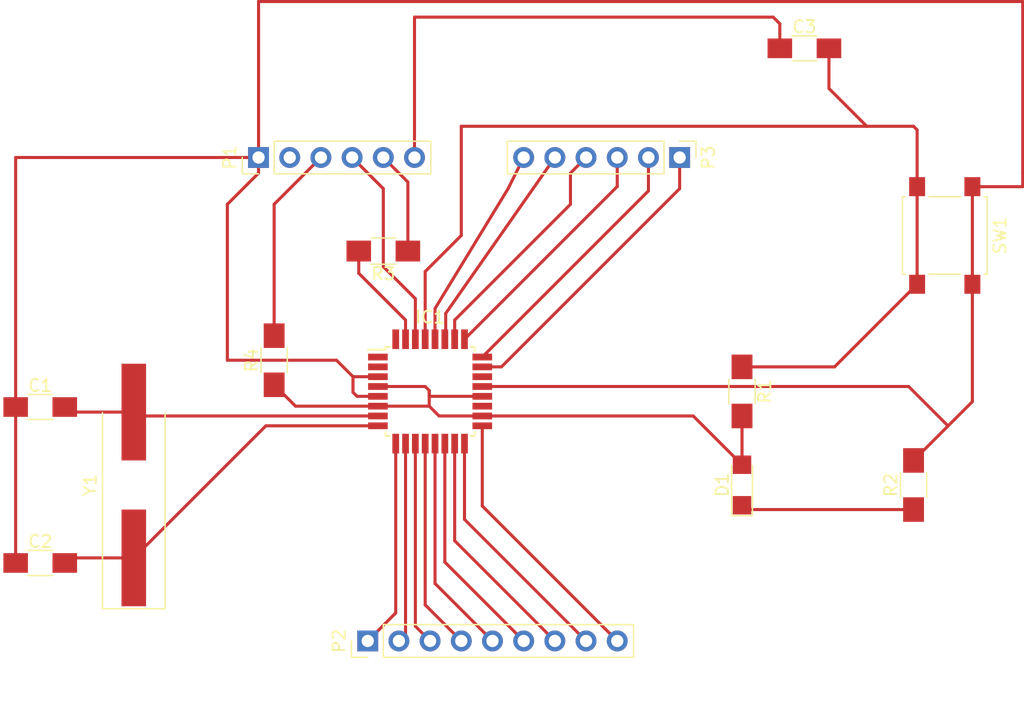
<source format=kicad_pcb>
(kicad_pcb (version 4) (host pcbnew 4.0.5)

  (general
    (links 43)
    (no_connects 0)
    (area 114.634999 59.364999 198.445002 116.793333)
    (thickness 1.6)
    (drawings 0)
    (tracks 112)
    (zones 0)
    (modules 14)
    (nets 33)
  )

  (page A4)
  (layers
    (0 F.Cu signal)
    (31 B.Cu signal)
    (32 B.Adhes user)
    (33 F.Adhes user)
    (34 B.Paste user)
    (35 F.Paste user)
    (36 B.SilkS user)
    (37 F.SilkS user)
    (38 B.Mask user)
    (39 F.Mask user)
    (40 Dwgs.User user)
    (41 Cmts.User user)
    (42 Eco1.User user)
    (43 Eco2.User user)
    (44 Edge.Cuts user)
    (45 Margin user)
    (46 B.CrtYd user)
    (47 F.CrtYd user)
    (48 B.Fab user)
    (49 F.Fab user)
  )

  (setup
    (last_trace_width 0.25)
    (trace_clearance 0.2)
    (zone_clearance 0.508)
    (zone_45_only no)
    (trace_min 0.2)
    (segment_width 0.2)
    (edge_width 0.15)
    (via_size 0.6)
    (via_drill 0.4)
    (via_min_size 0.4)
    (via_min_drill 0.3)
    (uvia_size 0.3)
    (uvia_drill 0.1)
    (uvias_allowed no)
    (uvia_min_size 0.2)
    (uvia_min_drill 0.1)
    (pcb_text_width 0.3)
    (pcb_text_size 1.5 1.5)
    (mod_edge_width 0.15)
    (mod_text_size 1 1)
    (mod_text_width 0.15)
    (pad_size 1.524 1.524)
    (pad_drill 0.762)
    (pad_to_mask_clearance 0.2)
    (aux_axis_origin 0 0)
    (visible_elements FFFFFF7F)
    (pcbplotparams
      (layerselection 0x00030_80000001)
      (usegerberextensions false)
      (excludeedgelayer true)
      (linewidth 0.100000)
      (plotframeref false)
      (viasonmask false)
      (mode 1)
      (useauxorigin false)
      (hpglpennumber 1)
      (hpglpenspeed 20)
      (hpglpendiameter 15)
      (hpglpenoverlay 2)
      (psnegative false)
      (psa4output false)
      (plotreference true)
      (plotvalue true)
      (plotinvisibletext false)
      (padsonsilk false)
      (subtractmaskfromsilk false)
      (outputformat 4)
      (mirror false)
      (drillshape 0)
      (scaleselection 1)
      (outputdirectory ""))
  )

  (net 0 "")
  (net 1 GND)
  (net 2 "Net-(C1-Pad2)")
  (net 3 "Net-(C2-Pad2)")
  (net 4 RSTFTDI)
  (net 5 RST)
  (net 6 +5V)
  (net 7 "Net-(D1-Pad1)")
  (net 8 "Net-(IC1-Pad1)")
  (net 9 "Net-(IC1-Pad2)")
  (net 10 "Net-(IC1-Pad9)")
  (net 11 "Net-(IC1-Pad10)")
  (net 12 "Net-(IC1-Pad11)")
  (net 13 "Net-(IC1-Pad12)")
  (net 14 "Net-(IC1-Pad13)")
  (net 15 "Net-(IC1-Pad14)")
  (net 16 "Net-(IC1-Pad15)")
  (net 17 "Net-(IC1-Pad16)")
  (net 18 "Net-(IC1-Pad17)")
  (net 19 "Net-(IC1-Pad19)")
  (net 20 "Net-(IC1-Pad22)")
  (net 21 "Net-(IC1-Pad23)")
  (net 22 "Net-(IC1-Pad24)")
  (net 23 "Net-(IC1-Pad25)")
  (net 24 "Net-(IC1-Pad26)")
  (net 25 "Net-(IC1-Pad27)")
  (net 26 "Net-(IC1-Pad28)")
  (net 27 RX)
  (net 28 "Net-(IC1-Pad31)")
  (net 29 "Net-(IC1-Pad32)")
  (net 30 "Net-(P1-Pad2)")
  (net 31 "Net-(P1-Pad3)")
  (net 32 TX)

  (net_class Default "This is the default net class."
    (clearance 0.2)
    (trace_width 0.25)
    (via_dia 0.6)
    (via_drill 0.4)
    (uvia_dia 0.3)
    (uvia_drill 0.1)
    (add_net +5V)
    (add_net GND)
    (add_net "Net-(C1-Pad2)")
    (add_net "Net-(C2-Pad2)")
    (add_net "Net-(D1-Pad1)")
    (add_net "Net-(IC1-Pad1)")
    (add_net "Net-(IC1-Pad10)")
    (add_net "Net-(IC1-Pad11)")
    (add_net "Net-(IC1-Pad12)")
    (add_net "Net-(IC1-Pad13)")
    (add_net "Net-(IC1-Pad14)")
    (add_net "Net-(IC1-Pad15)")
    (add_net "Net-(IC1-Pad16)")
    (add_net "Net-(IC1-Pad17)")
    (add_net "Net-(IC1-Pad19)")
    (add_net "Net-(IC1-Pad2)")
    (add_net "Net-(IC1-Pad22)")
    (add_net "Net-(IC1-Pad23)")
    (add_net "Net-(IC1-Pad24)")
    (add_net "Net-(IC1-Pad25)")
    (add_net "Net-(IC1-Pad26)")
    (add_net "Net-(IC1-Pad27)")
    (add_net "Net-(IC1-Pad28)")
    (add_net "Net-(IC1-Pad31)")
    (add_net "Net-(IC1-Pad32)")
    (add_net "Net-(IC1-Pad9)")
    (add_net "Net-(P1-Pad2)")
    (add_net "Net-(P1-Pad3)")
    (add_net RST)
    (add_net RSTFTDI)
    (add_net RX)
    (add_net TX)
  )

  (module Capacitors_SMD:C_1206_HandSoldering (layer F.Cu) (tedit 58AA84D1) (tstamp 5908D4C3)
    (at 118.11 92.71)
    (descr "Capacitor SMD 1206, hand soldering")
    (tags "capacitor 1206")
    (path /5901EA37)
    (attr smd)
    (fp_text reference C1 (at 0 -1.75) (layer F.SilkS)
      (effects (font (size 1 1) (thickness 0.15)))
    )
    (fp_text value C (at 0 2) (layer F.Fab)
      (effects (font (size 1 1) (thickness 0.15)))
    )
    (fp_text user %R (at 0 -1.75) (layer F.Fab)
      (effects (font (size 1 1) (thickness 0.15)))
    )
    (fp_line (start -1.6 0.8) (end -1.6 -0.8) (layer F.Fab) (width 0.1))
    (fp_line (start 1.6 0.8) (end -1.6 0.8) (layer F.Fab) (width 0.1))
    (fp_line (start 1.6 -0.8) (end 1.6 0.8) (layer F.Fab) (width 0.1))
    (fp_line (start -1.6 -0.8) (end 1.6 -0.8) (layer F.Fab) (width 0.1))
    (fp_line (start 1 -1.02) (end -1 -1.02) (layer F.SilkS) (width 0.12))
    (fp_line (start -1 1.02) (end 1 1.02) (layer F.SilkS) (width 0.12))
    (fp_line (start -3.25 -1.05) (end 3.25 -1.05) (layer F.CrtYd) (width 0.05))
    (fp_line (start -3.25 -1.05) (end -3.25 1.05) (layer F.CrtYd) (width 0.05))
    (fp_line (start 3.25 1.05) (end 3.25 -1.05) (layer F.CrtYd) (width 0.05))
    (fp_line (start 3.25 1.05) (end -3.25 1.05) (layer F.CrtYd) (width 0.05))
    (pad 1 smd rect (at -2 0) (size 2 1.6) (layers F.Cu F.Paste F.Mask)
      (net 1 GND))
    (pad 2 smd rect (at 2 0) (size 2 1.6) (layers F.Cu F.Paste F.Mask)
      (net 2 "Net-(C1-Pad2)"))
    (model Capacitors_SMD.3dshapes/C_1206.wrl
      (at (xyz 0 0 0))
      (scale (xyz 1 1 1))
      (rotate (xyz 0 0 0))
    )
  )

  (module Capacitors_SMD:C_1206_HandSoldering (layer F.Cu) (tedit 58AA84D1) (tstamp 5908D4D4)
    (at 118.11 105.41)
    (descr "Capacitor SMD 1206, hand soldering")
    (tags "capacitor 1206")
    (path /5901EAC2)
    (attr smd)
    (fp_text reference C2 (at 0 -1.75) (layer F.SilkS)
      (effects (font (size 1 1) (thickness 0.15)))
    )
    (fp_text value C (at 0 2) (layer F.Fab)
      (effects (font (size 1 1) (thickness 0.15)))
    )
    (fp_text user %R (at 0 -1.75) (layer F.Fab)
      (effects (font (size 1 1) (thickness 0.15)))
    )
    (fp_line (start -1.6 0.8) (end -1.6 -0.8) (layer F.Fab) (width 0.1))
    (fp_line (start 1.6 0.8) (end -1.6 0.8) (layer F.Fab) (width 0.1))
    (fp_line (start 1.6 -0.8) (end 1.6 0.8) (layer F.Fab) (width 0.1))
    (fp_line (start -1.6 -0.8) (end 1.6 -0.8) (layer F.Fab) (width 0.1))
    (fp_line (start 1 -1.02) (end -1 -1.02) (layer F.SilkS) (width 0.12))
    (fp_line (start -1 1.02) (end 1 1.02) (layer F.SilkS) (width 0.12))
    (fp_line (start -3.25 -1.05) (end 3.25 -1.05) (layer F.CrtYd) (width 0.05))
    (fp_line (start -3.25 -1.05) (end -3.25 1.05) (layer F.CrtYd) (width 0.05))
    (fp_line (start 3.25 1.05) (end 3.25 -1.05) (layer F.CrtYd) (width 0.05))
    (fp_line (start 3.25 1.05) (end -3.25 1.05) (layer F.CrtYd) (width 0.05))
    (pad 1 smd rect (at -2 0) (size 2 1.6) (layers F.Cu F.Paste F.Mask)
      (net 1 GND))
    (pad 2 smd rect (at 2 0) (size 2 1.6) (layers F.Cu F.Paste F.Mask)
      (net 3 "Net-(C2-Pad2)"))
    (model Capacitors_SMD.3dshapes/C_1206.wrl
      (at (xyz 0 0 0))
      (scale (xyz 1 1 1))
      (rotate (xyz 0 0 0))
    )
  )

  (module Capacitors_SMD:C_1206_HandSoldering (layer F.Cu) (tedit 58AA84D1) (tstamp 5908D4E5)
    (at 180.34 63.5)
    (descr "Capacitor SMD 1206, hand soldering")
    (tags "capacitor 1206")
    (path /59022B56)
    (attr smd)
    (fp_text reference C3 (at 0 -1.75) (layer F.SilkS)
      (effects (font (size 1 1) (thickness 0.15)))
    )
    (fp_text value C (at 0 2) (layer F.Fab)
      (effects (font (size 1 1) (thickness 0.15)))
    )
    (fp_text user %R (at 0 -1.75) (layer F.Fab)
      (effects (font (size 1 1) (thickness 0.15)))
    )
    (fp_line (start -1.6 0.8) (end -1.6 -0.8) (layer F.Fab) (width 0.1))
    (fp_line (start 1.6 0.8) (end -1.6 0.8) (layer F.Fab) (width 0.1))
    (fp_line (start 1.6 -0.8) (end 1.6 0.8) (layer F.Fab) (width 0.1))
    (fp_line (start -1.6 -0.8) (end 1.6 -0.8) (layer F.Fab) (width 0.1))
    (fp_line (start 1 -1.02) (end -1 -1.02) (layer F.SilkS) (width 0.12))
    (fp_line (start -1 1.02) (end 1 1.02) (layer F.SilkS) (width 0.12))
    (fp_line (start -3.25 -1.05) (end 3.25 -1.05) (layer F.CrtYd) (width 0.05))
    (fp_line (start -3.25 -1.05) (end -3.25 1.05) (layer F.CrtYd) (width 0.05))
    (fp_line (start 3.25 1.05) (end 3.25 -1.05) (layer F.CrtYd) (width 0.05))
    (fp_line (start 3.25 1.05) (end -3.25 1.05) (layer F.CrtYd) (width 0.05))
    (pad 1 smd rect (at -2 0) (size 2 1.6) (layers F.Cu F.Paste F.Mask)
      (net 4 RSTFTDI))
    (pad 2 smd rect (at 2 0) (size 2 1.6) (layers F.Cu F.Paste F.Mask)
      (net 5 RST))
    (model Capacitors_SMD.3dshapes/C_1206.wrl
      (at (xyz 0 0 0))
      (scale (xyz 1 1 1))
      (rotate (xyz 0 0 0))
    )
  )

  (module LEDs:LED_1206 (layer F.Cu) (tedit 57FE943C) (tstamp 5908D4FA)
    (at 175.26 99.06 90)
    (descr "LED 1206 smd package")
    (tags "LED led 1206 SMD smd SMT smt smdled SMDLED smtled SMTLED")
    (path /5901E781)
    (attr smd)
    (fp_text reference D1 (at 0 -1.6 90) (layer F.SilkS)
      (effects (font (size 1 1) (thickness 0.15)))
    )
    (fp_text value LED (at 0 1.7 90) (layer F.Fab)
      (effects (font (size 1 1) (thickness 0.15)))
    )
    (fp_line (start -2.5 -0.85) (end -2.5 0.85) (layer F.SilkS) (width 0.12))
    (fp_line (start -0.45 -0.4) (end -0.45 0.4) (layer F.Fab) (width 0.1))
    (fp_line (start -0.4 0) (end 0.2 -0.4) (layer F.Fab) (width 0.1))
    (fp_line (start 0.2 0.4) (end -0.4 0) (layer F.Fab) (width 0.1))
    (fp_line (start 0.2 -0.4) (end 0.2 0.4) (layer F.Fab) (width 0.1))
    (fp_line (start 1.6 0.8) (end -1.6 0.8) (layer F.Fab) (width 0.1))
    (fp_line (start 1.6 -0.8) (end 1.6 0.8) (layer F.Fab) (width 0.1))
    (fp_line (start -1.6 -0.8) (end 1.6 -0.8) (layer F.Fab) (width 0.1))
    (fp_line (start -1.6 0.8) (end -1.6 -0.8) (layer F.Fab) (width 0.1))
    (fp_line (start -2.45 0.85) (end 1.6 0.85) (layer F.SilkS) (width 0.12))
    (fp_line (start -2.45 -0.85) (end 1.6 -0.85) (layer F.SilkS) (width 0.12))
    (fp_line (start 2.65 -1) (end 2.65 1) (layer F.CrtYd) (width 0.05))
    (fp_line (start 2.65 1) (end -2.65 1) (layer F.CrtYd) (width 0.05))
    (fp_line (start -2.65 1) (end -2.65 -1) (layer F.CrtYd) (width 0.05))
    (fp_line (start -2.65 -1) (end 2.65 -1) (layer F.CrtYd) (width 0.05))
    (pad 2 smd rect (at 1.65 0 270) (size 1.5 1.5) (layers F.Cu F.Paste F.Mask)
      (net 6 +5V))
    (pad 1 smd rect (at -1.65 0 270) (size 1.5 1.5) (layers F.Cu F.Paste F.Mask)
      (net 7 "Net-(D1-Pad1)"))
    (model LEDs.3dshapes/LED_1206.wrl
      (at (xyz 0 0 0))
      (scale (xyz 1 1 1))
      (rotate (xyz 0 0 180))
    )
  )

  (module Housings_QFP:TQFP-32_7x7mm_Pitch0.8mm (layer F.Cu) (tedit 58CC9A48) (tstamp 5908D531)
    (at 149.86 91.44)
    (descr "32-Lead Plastic Thin Quad Flatpack (PT) - 7x7x1.0 mm Body, 2.00 mm [TQFP] (see Microchip Packaging Specification 00000049BS.pdf)")
    (tags "QFP 0.8")
    (path /5901E1B8)
    (attr smd)
    (fp_text reference IC1 (at 0 -6.05) (layer F.SilkS)
      (effects (font (size 1 1) (thickness 0.15)))
    )
    (fp_text value ATMEGA328P-A (at 0 6.05) (layer F.Fab)
      (effects (font (size 1 1) (thickness 0.15)))
    )
    (fp_text user %R (at 0 0) (layer F.Fab)
      (effects (font (size 1 1) (thickness 0.15)))
    )
    (fp_line (start -2.5 -3.5) (end 3.5 -3.5) (layer F.Fab) (width 0.15))
    (fp_line (start 3.5 -3.5) (end 3.5 3.5) (layer F.Fab) (width 0.15))
    (fp_line (start 3.5 3.5) (end -3.5 3.5) (layer F.Fab) (width 0.15))
    (fp_line (start -3.5 3.5) (end -3.5 -2.5) (layer F.Fab) (width 0.15))
    (fp_line (start -3.5 -2.5) (end -2.5 -3.5) (layer F.Fab) (width 0.15))
    (fp_line (start -5.3 -5.3) (end -5.3 5.3) (layer F.CrtYd) (width 0.05))
    (fp_line (start 5.3 -5.3) (end 5.3 5.3) (layer F.CrtYd) (width 0.05))
    (fp_line (start -5.3 -5.3) (end 5.3 -5.3) (layer F.CrtYd) (width 0.05))
    (fp_line (start -5.3 5.3) (end 5.3 5.3) (layer F.CrtYd) (width 0.05))
    (fp_line (start -3.625 -3.625) (end -3.625 -3.4) (layer F.SilkS) (width 0.15))
    (fp_line (start 3.625 -3.625) (end 3.625 -3.3) (layer F.SilkS) (width 0.15))
    (fp_line (start 3.625 3.625) (end 3.625 3.3) (layer F.SilkS) (width 0.15))
    (fp_line (start -3.625 3.625) (end -3.625 3.3) (layer F.SilkS) (width 0.15))
    (fp_line (start -3.625 -3.625) (end -3.3 -3.625) (layer F.SilkS) (width 0.15))
    (fp_line (start -3.625 3.625) (end -3.3 3.625) (layer F.SilkS) (width 0.15))
    (fp_line (start 3.625 3.625) (end 3.3 3.625) (layer F.SilkS) (width 0.15))
    (fp_line (start 3.625 -3.625) (end 3.3 -3.625) (layer F.SilkS) (width 0.15))
    (fp_line (start -3.625 -3.4) (end -5.05 -3.4) (layer F.SilkS) (width 0.15))
    (pad 1 smd rect (at -4.25 -2.8) (size 1.6 0.55) (layers F.Cu F.Paste F.Mask)
      (net 8 "Net-(IC1-Pad1)"))
    (pad 2 smd rect (at -4.25 -2) (size 1.6 0.55) (layers F.Cu F.Paste F.Mask)
      (net 9 "Net-(IC1-Pad2)"))
    (pad 3 smd rect (at -4.25 -1.2) (size 1.6 0.55) (layers F.Cu F.Paste F.Mask)
      (net 1 GND))
    (pad 4 smd rect (at -4.25 -0.4) (size 1.6 0.55) (layers F.Cu F.Paste F.Mask)
      (net 6 +5V))
    (pad 5 smd rect (at -4.25 0.4) (size 1.6 0.55) (layers F.Cu F.Paste F.Mask)
      (net 1 GND))
    (pad 6 smd rect (at -4.25 1.2) (size 1.6 0.55) (layers F.Cu F.Paste F.Mask)
      (net 6 +5V))
    (pad 7 smd rect (at -4.25 2) (size 1.6 0.55) (layers F.Cu F.Paste F.Mask)
      (net 2 "Net-(C1-Pad2)"))
    (pad 8 smd rect (at -4.25 2.8) (size 1.6 0.55) (layers F.Cu F.Paste F.Mask)
      (net 3 "Net-(C2-Pad2)"))
    (pad 9 smd rect (at -2.8 4.25 90) (size 1.6 0.55) (layers F.Cu F.Paste F.Mask)
      (net 10 "Net-(IC1-Pad9)"))
    (pad 10 smd rect (at -2 4.25 90) (size 1.6 0.55) (layers F.Cu F.Paste F.Mask)
      (net 11 "Net-(IC1-Pad10)"))
    (pad 11 smd rect (at -1.2 4.25 90) (size 1.6 0.55) (layers F.Cu F.Paste F.Mask)
      (net 12 "Net-(IC1-Pad11)"))
    (pad 12 smd rect (at -0.4 4.25 90) (size 1.6 0.55) (layers F.Cu F.Paste F.Mask)
      (net 13 "Net-(IC1-Pad12)"))
    (pad 13 smd rect (at 0.4 4.25 90) (size 1.6 0.55) (layers F.Cu F.Paste F.Mask)
      (net 14 "Net-(IC1-Pad13)"))
    (pad 14 smd rect (at 1.2 4.25 90) (size 1.6 0.55) (layers F.Cu F.Paste F.Mask)
      (net 15 "Net-(IC1-Pad14)"))
    (pad 15 smd rect (at 2 4.25 90) (size 1.6 0.55) (layers F.Cu F.Paste F.Mask)
      (net 16 "Net-(IC1-Pad15)"))
    (pad 16 smd rect (at 2.8 4.25 90) (size 1.6 0.55) (layers F.Cu F.Paste F.Mask)
      (net 17 "Net-(IC1-Pad16)"))
    (pad 17 smd rect (at 4.25 2.8) (size 1.6 0.55) (layers F.Cu F.Paste F.Mask)
      (net 18 "Net-(IC1-Pad17)"))
    (pad 18 smd rect (at 4.25 2) (size 1.6 0.55) (layers F.Cu F.Paste F.Mask)
      (net 6 +5V))
    (pad 19 smd rect (at 4.25 1.2) (size 1.6 0.55) (layers F.Cu F.Paste F.Mask)
      (net 19 "Net-(IC1-Pad19)"))
    (pad 20 smd rect (at 4.25 0.4) (size 1.6 0.55) (layers F.Cu F.Paste F.Mask)
      (net 6 +5V))
    (pad 21 smd rect (at 4.25 -0.4) (size 1.6 0.55) (layers F.Cu F.Paste F.Mask)
      (net 1 GND))
    (pad 22 smd rect (at 4.25 -1.2) (size 1.6 0.55) (layers F.Cu F.Paste F.Mask)
      (net 20 "Net-(IC1-Pad22)"))
    (pad 23 smd rect (at 4.25 -2) (size 1.6 0.55) (layers F.Cu F.Paste F.Mask)
      (net 21 "Net-(IC1-Pad23)"))
    (pad 24 smd rect (at 4.25 -2.8) (size 1.6 0.55) (layers F.Cu F.Paste F.Mask)
      (net 22 "Net-(IC1-Pad24)"))
    (pad 25 smd rect (at 2.8 -4.25 90) (size 1.6 0.55) (layers F.Cu F.Paste F.Mask)
      (net 23 "Net-(IC1-Pad25)"))
    (pad 26 smd rect (at 2 -4.25 90) (size 1.6 0.55) (layers F.Cu F.Paste F.Mask)
      (net 24 "Net-(IC1-Pad26)"))
    (pad 27 smd rect (at 1.2 -4.25 90) (size 1.6 0.55) (layers F.Cu F.Paste F.Mask)
      (net 25 "Net-(IC1-Pad27)"))
    (pad 28 smd rect (at 0.4 -4.25 90) (size 1.6 0.55) (layers F.Cu F.Paste F.Mask)
      (net 26 "Net-(IC1-Pad28)"))
    (pad 29 smd rect (at -0.4 -4.25 90) (size 1.6 0.55) (layers F.Cu F.Paste F.Mask)
      (net 5 RST))
    (pad 30 smd rect (at -1.2 -4.25 90) (size 1.6 0.55) (layers F.Cu F.Paste F.Mask)
      (net 27 RX))
    (pad 31 smd rect (at -2 -4.25 90) (size 1.6 0.55) (layers F.Cu F.Paste F.Mask)
      (net 28 "Net-(IC1-Pad31)"))
    (pad 32 smd rect (at -2.8 -4.25 90) (size 1.6 0.55) (layers F.Cu F.Paste F.Mask)
      (net 29 "Net-(IC1-Pad32)"))
    (model Housings_QFP.3dshapes/TQFP-32_7x7mm_Pitch0.8mm.wrl
      (at (xyz 0 0 0))
      (scale (xyz 1 1 1))
      (rotate (xyz 0 0 0))
    )
  )

  (module Pin_Headers:Pin_Header_Straight_1x06_Pitch2.54mm (layer F.Cu) (tedit 58CD4EC1) (tstamp 5908D54A)
    (at 135.89 72.39 90)
    (descr "Through hole straight pin header, 1x06, 2.54mm pitch, single row")
    (tags "Through hole pin header THT 1x06 2.54mm single row")
    (path /590203A9)
    (fp_text reference P1 (at 0 -2.33 90) (layer F.SilkS)
      (effects (font (size 1 1) (thickness 0.15)))
    )
    (fp_text value CONN_01X06 (at 0 15.03 90) (layer F.Fab)
      (effects (font (size 1 1) (thickness 0.15)))
    )
    (fp_line (start -1.27 -1.27) (end -1.27 13.97) (layer F.Fab) (width 0.1))
    (fp_line (start -1.27 13.97) (end 1.27 13.97) (layer F.Fab) (width 0.1))
    (fp_line (start 1.27 13.97) (end 1.27 -1.27) (layer F.Fab) (width 0.1))
    (fp_line (start 1.27 -1.27) (end -1.27 -1.27) (layer F.Fab) (width 0.1))
    (fp_line (start -1.33 1.27) (end -1.33 14.03) (layer F.SilkS) (width 0.12))
    (fp_line (start -1.33 14.03) (end 1.33 14.03) (layer F.SilkS) (width 0.12))
    (fp_line (start 1.33 14.03) (end 1.33 1.27) (layer F.SilkS) (width 0.12))
    (fp_line (start 1.33 1.27) (end -1.33 1.27) (layer F.SilkS) (width 0.12))
    (fp_line (start -1.33 0) (end -1.33 -1.33) (layer F.SilkS) (width 0.12))
    (fp_line (start -1.33 -1.33) (end 0 -1.33) (layer F.SilkS) (width 0.12))
    (fp_line (start -1.8 -1.8) (end -1.8 14.5) (layer F.CrtYd) (width 0.05))
    (fp_line (start -1.8 14.5) (end 1.8 14.5) (layer F.CrtYd) (width 0.05))
    (fp_line (start 1.8 14.5) (end 1.8 -1.8) (layer F.CrtYd) (width 0.05))
    (fp_line (start 1.8 -1.8) (end -1.8 -1.8) (layer F.CrtYd) (width 0.05))
    (fp_text user %R (at 0 -2.33 90) (layer F.Fab)
      (effects (font (size 1 1) (thickness 0.15)))
    )
    (pad 1 thru_hole rect (at 0 0 90) (size 1.7 1.7) (drill 1) (layers *.Cu *.Mask)
      (net 1 GND))
    (pad 2 thru_hole oval (at 0 2.54 90) (size 1.7 1.7) (drill 1) (layers *.Cu *.Mask)
      (net 30 "Net-(P1-Pad2)"))
    (pad 3 thru_hole oval (at 0 5.08 90) (size 1.7 1.7) (drill 1) (layers *.Cu *.Mask)
      (net 31 "Net-(P1-Pad3)"))
    (pad 4 thru_hole oval (at 0 7.62 90) (size 1.7 1.7) (drill 1) (layers *.Cu *.Mask)
      (net 27 RX))
    (pad 5 thru_hole oval (at 0 10.16 90) (size 1.7 1.7) (drill 1) (layers *.Cu *.Mask)
      (net 32 TX))
    (pad 6 thru_hole oval (at 0 12.7 90) (size 1.7 1.7) (drill 1) (layers *.Cu *.Mask)
      (net 4 RSTFTDI))
    (model ${KISYS3DMOD}/Pin_Headers.3dshapes/Pin_Header_Straight_1x06_Pitch2.54mm.wrl
      (at (xyz 0 -0.25 0))
      (scale (xyz 1 1 1))
      (rotate (xyz 0 0 90))
    )
  )

  (module Pin_Headers:Pin_Header_Straight_1x09_Pitch2.54mm (layer F.Cu) (tedit 58CD4EC1) (tstamp 5908D566)
    (at 144.78 111.76 90)
    (descr "Through hole straight pin header, 1x09, 2.54mm pitch, single row")
    (tags "Through hole pin header THT 1x09 2.54mm single row")
    (path /59028B73)
    (fp_text reference P2 (at 0 -2.33 90) (layer F.SilkS)
      (effects (font (size 1 1) (thickness 0.15)))
    )
    (fp_text value CONN_01X09 (at 0 22.65 90) (layer F.Fab)
      (effects (font (size 1 1) (thickness 0.15)))
    )
    (fp_line (start -1.27 -1.27) (end -1.27 21.59) (layer F.Fab) (width 0.1))
    (fp_line (start -1.27 21.59) (end 1.27 21.59) (layer F.Fab) (width 0.1))
    (fp_line (start 1.27 21.59) (end 1.27 -1.27) (layer F.Fab) (width 0.1))
    (fp_line (start 1.27 -1.27) (end -1.27 -1.27) (layer F.Fab) (width 0.1))
    (fp_line (start -1.33 1.27) (end -1.33 21.65) (layer F.SilkS) (width 0.12))
    (fp_line (start -1.33 21.65) (end 1.33 21.65) (layer F.SilkS) (width 0.12))
    (fp_line (start 1.33 21.65) (end 1.33 1.27) (layer F.SilkS) (width 0.12))
    (fp_line (start 1.33 1.27) (end -1.33 1.27) (layer F.SilkS) (width 0.12))
    (fp_line (start -1.33 0) (end -1.33 -1.33) (layer F.SilkS) (width 0.12))
    (fp_line (start -1.33 -1.33) (end 0 -1.33) (layer F.SilkS) (width 0.12))
    (fp_line (start -1.8 -1.8) (end -1.8 22.1) (layer F.CrtYd) (width 0.05))
    (fp_line (start -1.8 22.1) (end 1.8 22.1) (layer F.CrtYd) (width 0.05))
    (fp_line (start 1.8 22.1) (end 1.8 -1.8) (layer F.CrtYd) (width 0.05))
    (fp_line (start 1.8 -1.8) (end -1.8 -1.8) (layer F.CrtYd) (width 0.05))
    (fp_text user %R (at 0 -2.33 90) (layer F.Fab)
      (effects (font (size 1 1) (thickness 0.15)))
    )
    (pad 1 thru_hole rect (at 0 0 90) (size 1.7 1.7) (drill 1) (layers *.Cu *.Mask)
      (net 10 "Net-(IC1-Pad9)"))
    (pad 2 thru_hole oval (at 0 2.54 90) (size 1.7 1.7) (drill 1) (layers *.Cu *.Mask)
      (net 11 "Net-(IC1-Pad10)"))
    (pad 3 thru_hole oval (at 0 5.08 90) (size 1.7 1.7) (drill 1) (layers *.Cu *.Mask)
      (net 12 "Net-(IC1-Pad11)"))
    (pad 4 thru_hole oval (at 0 7.62 90) (size 1.7 1.7) (drill 1) (layers *.Cu *.Mask)
      (net 13 "Net-(IC1-Pad12)"))
    (pad 5 thru_hole oval (at 0 10.16 90) (size 1.7 1.7) (drill 1) (layers *.Cu *.Mask)
      (net 14 "Net-(IC1-Pad13)"))
    (pad 6 thru_hole oval (at 0 12.7 90) (size 1.7 1.7) (drill 1) (layers *.Cu *.Mask)
      (net 15 "Net-(IC1-Pad14)"))
    (pad 7 thru_hole oval (at 0 15.24 90) (size 1.7 1.7) (drill 1) (layers *.Cu *.Mask)
      (net 16 "Net-(IC1-Pad15)"))
    (pad 8 thru_hole oval (at 0 17.78 90) (size 1.7 1.7) (drill 1) (layers *.Cu *.Mask)
      (net 17 "Net-(IC1-Pad16)"))
    (pad 9 thru_hole oval (at 0 20.32 90) (size 1.7 1.7) (drill 1) (layers *.Cu *.Mask)
      (net 18 "Net-(IC1-Pad17)"))
    (model ${KISYS3DMOD}/Pin_Headers.3dshapes/Pin_Header_Straight_1x09_Pitch2.54mm.wrl
      (at (xyz 0 -0.4 0))
      (scale (xyz 1 1 1))
      (rotate (xyz 0 0 90))
    )
  )

  (module Pin_Headers:Pin_Header_Straight_1x06_Pitch2.54mm (layer F.Cu) (tedit 58CD4EC1) (tstamp 5908D57F)
    (at 170.18 72.39 270)
    (descr "Through hole straight pin header, 1x06, 2.54mm pitch, single row")
    (tags "Through hole pin header THT 1x06 2.54mm single row")
    (path /5901EB44)
    (fp_text reference P3 (at 0 -2.33 270) (layer F.SilkS)
      (effects (font (size 1 1) (thickness 0.15)))
    )
    (fp_text value CONN_01X06 (at 0 15.03 270) (layer F.Fab)
      (effects (font (size 1 1) (thickness 0.15)))
    )
    (fp_line (start -1.27 -1.27) (end -1.27 13.97) (layer F.Fab) (width 0.1))
    (fp_line (start -1.27 13.97) (end 1.27 13.97) (layer F.Fab) (width 0.1))
    (fp_line (start 1.27 13.97) (end 1.27 -1.27) (layer F.Fab) (width 0.1))
    (fp_line (start 1.27 -1.27) (end -1.27 -1.27) (layer F.Fab) (width 0.1))
    (fp_line (start -1.33 1.27) (end -1.33 14.03) (layer F.SilkS) (width 0.12))
    (fp_line (start -1.33 14.03) (end 1.33 14.03) (layer F.SilkS) (width 0.12))
    (fp_line (start 1.33 14.03) (end 1.33 1.27) (layer F.SilkS) (width 0.12))
    (fp_line (start 1.33 1.27) (end -1.33 1.27) (layer F.SilkS) (width 0.12))
    (fp_line (start -1.33 0) (end -1.33 -1.33) (layer F.SilkS) (width 0.12))
    (fp_line (start -1.33 -1.33) (end 0 -1.33) (layer F.SilkS) (width 0.12))
    (fp_line (start -1.8 -1.8) (end -1.8 14.5) (layer F.CrtYd) (width 0.05))
    (fp_line (start -1.8 14.5) (end 1.8 14.5) (layer F.CrtYd) (width 0.05))
    (fp_line (start 1.8 14.5) (end 1.8 -1.8) (layer F.CrtYd) (width 0.05))
    (fp_line (start 1.8 -1.8) (end -1.8 -1.8) (layer F.CrtYd) (width 0.05))
    (fp_text user %R (at 0 -2.33 270) (layer F.Fab)
      (effects (font (size 1 1) (thickness 0.15)))
    )
    (pad 1 thru_hole rect (at 0 0 270) (size 1.7 1.7) (drill 1) (layers *.Cu *.Mask)
      (net 21 "Net-(IC1-Pad23)"))
    (pad 2 thru_hole oval (at 0 2.54 270) (size 1.7 1.7) (drill 1) (layers *.Cu *.Mask)
      (net 22 "Net-(IC1-Pad24)"))
    (pad 3 thru_hole oval (at 0 5.08 270) (size 1.7 1.7) (drill 1) (layers *.Cu *.Mask)
      (net 23 "Net-(IC1-Pad25)"))
    (pad 4 thru_hole oval (at 0 7.62 270) (size 1.7 1.7) (drill 1) (layers *.Cu *.Mask)
      (net 24 "Net-(IC1-Pad26)"))
    (pad 5 thru_hole oval (at 0 10.16 270) (size 1.7 1.7) (drill 1) (layers *.Cu *.Mask)
      (net 25 "Net-(IC1-Pad27)"))
    (pad 6 thru_hole oval (at 0 12.7 270) (size 1.7 1.7) (drill 1) (layers *.Cu *.Mask)
      (net 26 "Net-(IC1-Pad28)"))
    (model ${KISYS3DMOD}/Pin_Headers.3dshapes/Pin_Header_Straight_1x06_Pitch2.54mm.wrl
      (at (xyz 0 -0.25 0))
      (scale (xyz 1 1 1))
      (rotate (xyz 0 0 90))
    )
  )

  (module Resistors_SMD:R_1206_HandSoldering (layer F.Cu) (tedit 5908E36F) (tstamp 5908D590)
    (at 175.26 91.44 270)
    (descr "Resistor SMD 1206, hand soldering")
    (tags "resistor 1206")
    (path /5901E979)
    (attr smd)
    (fp_text reference R1 (at 0 -1.85 270) (layer F.SilkS)
      (effects (font (size 1 1) (thickness 0.15)))
    )
    (fp_text value R (at 0 1.9 360) (layer F.Fab)
      (effects (font (size 1 1) (thickness 0.15)))
    )
    (fp_text user %R (at 0 0 360) (layer F.Fab)
      (effects (font (size 0.7 0.7) (thickness 0.105)))
    )
    (fp_line (start -1.6 0.8) (end -1.6 -0.8) (layer F.Fab) (width 0.1))
    (fp_line (start 1.6 0.8) (end -1.6 0.8) (layer F.Fab) (width 0.1))
    (fp_line (start 1.6 -0.8) (end 1.6 0.8) (layer F.Fab) (width 0.1))
    (fp_line (start -1.6 -0.8) (end 1.6 -0.8) (layer F.Fab) (width 0.1))
    (fp_line (start 1 1.07) (end -1 1.07) (layer F.SilkS) (width 0.12))
    (fp_line (start -1 -1.07) (end 1 -1.07) (layer F.SilkS) (width 0.12))
    (fp_line (start -3.25 -1.11) (end 3.25 -1.11) (layer F.CrtYd) (width 0.05))
    (fp_line (start -3.25 -1.11) (end -3.25 1.1) (layer F.CrtYd) (width 0.05))
    (fp_line (start 3.25 1.1) (end 3.25 -1.11) (layer F.CrtYd) (width 0.05))
    (fp_line (start 3.25 1.1) (end -3.25 1.1) (layer F.CrtYd) (width 0.05))
    (pad 1 smd rect (at -2 0 270) (size 2 1.7) (layers F.Cu F.Paste F.Mask)
      (net 5 RST))
    (pad 2 smd rect (at 2 0 270) (size 2 1.7) (layers F.Cu F.Paste F.Mask)
      (net 6 +5V))
    (model ${KISYS3DMOD}/Resistors_SMD.3dshapes/R_1206.wrl
      (at (xyz 0 0 0))
      (scale (xyz 1 1 1))
      (rotate (xyz 0 0 0))
    )
  )

  (module Resistors_SMD:R_1206_HandSoldering (layer F.Cu) (tedit 58E0A804) (tstamp 5908D5A1)
    (at 189.23 99.06 90)
    (descr "Resistor SMD 1206, hand soldering")
    (tags "resistor 1206")
    (path /5901E8E6)
    (attr smd)
    (fp_text reference R2 (at 0 -1.85 90) (layer F.SilkS)
      (effects (font (size 1 1) (thickness 0.15)))
    )
    (fp_text value R (at 0 1.9 90) (layer F.Fab)
      (effects (font (size 1 1) (thickness 0.15)))
    )
    (fp_text user %R (at 0 0 90) (layer F.Fab)
      (effects (font (size 0.7 0.7) (thickness 0.105)))
    )
    (fp_line (start -1.6 0.8) (end -1.6 -0.8) (layer F.Fab) (width 0.1))
    (fp_line (start 1.6 0.8) (end -1.6 0.8) (layer F.Fab) (width 0.1))
    (fp_line (start 1.6 -0.8) (end 1.6 0.8) (layer F.Fab) (width 0.1))
    (fp_line (start -1.6 -0.8) (end 1.6 -0.8) (layer F.Fab) (width 0.1))
    (fp_line (start 1 1.07) (end -1 1.07) (layer F.SilkS) (width 0.12))
    (fp_line (start -1 -1.07) (end 1 -1.07) (layer F.SilkS) (width 0.12))
    (fp_line (start -3.25 -1.11) (end 3.25 -1.11) (layer F.CrtYd) (width 0.05))
    (fp_line (start -3.25 -1.11) (end -3.25 1.1) (layer F.CrtYd) (width 0.05))
    (fp_line (start 3.25 1.1) (end 3.25 -1.11) (layer F.CrtYd) (width 0.05))
    (fp_line (start 3.25 1.1) (end -3.25 1.1) (layer F.CrtYd) (width 0.05))
    (pad 1 smd rect (at -2 0 90) (size 2 1.7) (layers F.Cu F.Paste F.Mask)
      (net 7 "Net-(D1-Pad1)"))
    (pad 2 smd rect (at 2 0 90) (size 2 1.7) (layers F.Cu F.Paste F.Mask)
      (net 1 GND))
    (model ${KISYS3DMOD}/Resistors_SMD.3dshapes/R_1206.wrl
      (at (xyz 0 0 0))
      (scale (xyz 1 1 1))
      (rotate (xyz 0 0 0))
    )
  )

  (module Resistors_SMD:R_1206_HandSoldering (layer F.Cu) (tedit 58E0A804) (tstamp 5908D5B2)
    (at 146.05 80.01 180)
    (descr "Resistor SMD 1206, hand soldering")
    (tags "resistor 1206")
    (path /59028282)
    (attr smd)
    (fp_text reference R3 (at 0 -1.85 180) (layer F.SilkS)
      (effects (font (size 1 1) (thickness 0.15)))
    )
    (fp_text value 0 (at 0 1.9 180) (layer F.Fab)
      (effects (font (size 1 1) (thickness 0.15)))
    )
    (fp_text user %R (at 0 0 180) (layer F.Fab)
      (effects (font (size 0.7 0.7) (thickness 0.105)))
    )
    (fp_line (start -1.6 0.8) (end -1.6 -0.8) (layer F.Fab) (width 0.1))
    (fp_line (start 1.6 0.8) (end -1.6 0.8) (layer F.Fab) (width 0.1))
    (fp_line (start 1.6 -0.8) (end 1.6 0.8) (layer F.Fab) (width 0.1))
    (fp_line (start -1.6 -0.8) (end 1.6 -0.8) (layer F.Fab) (width 0.1))
    (fp_line (start 1 1.07) (end -1 1.07) (layer F.SilkS) (width 0.12))
    (fp_line (start -1 -1.07) (end 1 -1.07) (layer F.SilkS) (width 0.12))
    (fp_line (start -3.25 -1.11) (end 3.25 -1.11) (layer F.CrtYd) (width 0.05))
    (fp_line (start -3.25 -1.11) (end -3.25 1.1) (layer F.CrtYd) (width 0.05))
    (fp_line (start 3.25 1.1) (end 3.25 -1.11) (layer F.CrtYd) (width 0.05))
    (fp_line (start 3.25 1.1) (end -3.25 1.1) (layer F.CrtYd) (width 0.05))
    (pad 1 smd rect (at -2 0 180) (size 2 1.7) (layers F.Cu F.Paste F.Mask)
      (net 32 TX))
    (pad 2 smd rect (at 2 0 180) (size 2 1.7) (layers F.Cu F.Paste F.Mask)
      (net 28 "Net-(IC1-Pad31)"))
    (model ${KISYS3DMOD}/Resistors_SMD.3dshapes/R_1206.wrl
      (at (xyz 0 0 0))
      (scale (xyz 1 1 1))
      (rotate (xyz 0 0 0))
    )
  )

  (module Resistors_SMD:R_1206_HandSoldering (layer F.Cu) (tedit 58E0A804) (tstamp 5908D5C3)
    (at 137.16 88.9 90)
    (descr "Resistor SMD 1206, hand soldering")
    (tags "resistor 1206")
    (path /5902860F)
    (attr smd)
    (fp_text reference R4 (at 0 -1.85 90) (layer F.SilkS)
      (effects (font (size 1 1) (thickness 0.15)))
    )
    (fp_text value 0 (at 0 1.9 90) (layer F.Fab)
      (effects (font (size 1 1) (thickness 0.15)))
    )
    (fp_text user %R (at 0 0 90) (layer F.Fab)
      (effects (font (size 0.7 0.7) (thickness 0.105)))
    )
    (fp_line (start -1.6 0.8) (end -1.6 -0.8) (layer F.Fab) (width 0.1))
    (fp_line (start 1.6 0.8) (end -1.6 0.8) (layer F.Fab) (width 0.1))
    (fp_line (start 1.6 -0.8) (end 1.6 0.8) (layer F.Fab) (width 0.1))
    (fp_line (start -1.6 -0.8) (end 1.6 -0.8) (layer F.Fab) (width 0.1))
    (fp_line (start 1 1.07) (end -1 1.07) (layer F.SilkS) (width 0.12))
    (fp_line (start -1 -1.07) (end 1 -1.07) (layer F.SilkS) (width 0.12))
    (fp_line (start -3.25 -1.11) (end 3.25 -1.11) (layer F.CrtYd) (width 0.05))
    (fp_line (start -3.25 -1.11) (end -3.25 1.1) (layer F.CrtYd) (width 0.05))
    (fp_line (start 3.25 1.1) (end 3.25 -1.11) (layer F.CrtYd) (width 0.05))
    (fp_line (start 3.25 1.1) (end -3.25 1.1) (layer F.CrtYd) (width 0.05))
    (pad 1 smd rect (at -2 0 90) (size 2 1.7) (layers F.Cu F.Paste F.Mask)
      (net 6 +5V))
    (pad 2 smd rect (at 2 0 90) (size 2 1.7) (layers F.Cu F.Paste F.Mask)
      (net 31 "Net-(P1-Pad3)"))
    (model ${KISYS3DMOD}/Resistors_SMD.3dshapes/R_1206.wrl
      (at (xyz 0 0 0))
      (scale (xyz 1 1 1))
      (rotate (xyz 0 0 0))
    )
  )

  (module Buttons_Switches_SMD:SW_SPST_B3S-1000 (layer F.Cu) (tedit 58724047) (tstamp 5908D5DD)
    (at 191.77 78.74 270)
    (descr "Surface Mount Tactile Switch for High-Density Packaging")
    (tags "Tactile Switch")
    (path /5901E85F)
    (attr smd)
    (fp_text reference SW1 (at 0 -4.5 270) (layer F.SilkS)
      (effects (font (size 1 1) (thickness 0.15)))
    )
    (fp_text value SW_Push (at 0 4.5 270) (layer F.Fab)
      (effects (font (size 1 1) (thickness 0.15)))
    )
    (fp_text user %R (at 0 -4.5 270) (layer F.Fab)
      (effects (font (size 1 1) (thickness 0.15)))
    )
    (fp_line (start -5 3.7) (end 5 3.7) (layer F.CrtYd) (width 0.05))
    (fp_line (start 5 3.7) (end 5 -3.7) (layer F.CrtYd) (width 0.05))
    (fp_line (start 5 -3.7) (end -5 -3.7) (layer F.CrtYd) (width 0.05))
    (fp_line (start -5 -3.7) (end -5 3.7) (layer F.CrtYd) (width 0.05))
    (fp_line (start -3.15 -3.2) (end -3.15 -3.45) (layer F.SilkS) (width 0.12))
    (fp_line (start -3.15 -3.45) (end 3.15 -3.45) (layer F.SilkS) (width 0.12))
    (fp_line (start 3.15 -3.45) (end 3.15 -3.2) (layer F.SilkS) (width 0.12))
    (fp_line (start -3.15 1.3) (end -3.15 -1.3) (layer F.SilkS) (width 0.12))
    (fp_line (start 3.15 3.2) (end 3.15 3.45) (layer F.SilkS) (width 0.12))
    (fp_line (start 3.15 3.45) (end -3.15 3.45) (layer F.SilkS) (width 0.12))
    (fp_line (start -3.15 3.45) (end -3.15 3.2) (layer F.SilkS) (width 0.12))
    (fp_line (start 3.15 -1.3) (end 3.15 1.3) (layer F.SilkS) (width 0.12))
    (fp_circle (center 0 0) (end 1.65 0) (layer F.Fab) (width 0.1))
    (fp_line (start -3 -3.3) (end 3 -3.3) (layer F.Fab) (width 0.1))
    (fp_line (start 3 -3.3) (end 3 3.3) (layer F.Fab) (width 0.1))
    (fp_line (start 3 3.3) (end -3 3.3) (layer F.Fab) (width 0.1))
    (fp_line (start -3 3.3) (end -3 -3.3) (layer F.Fab) (width 0.1))
    (pad 1 smd rect (at -3.975 -2.25 270) (size 1.55 1.3) (layers F.Cu F.Paste F.Mask)
      (net 1 GND))
    (pad 1 smd rect (at 3.975 -2.25 270) (size 1.55 1.3) (layers F.Cu F.Paste F.Mask)
      (net 1 GND))
    (pad 2 smd rect (at -3.975 2.25 270) (size 1.55 1.3) (layers F.Cu F.Paste F.Mask)
      (net 5 RST))
    (pad 2 smd rect (at 3.975 2.25 270) (size 1.55 1.3) (layers F.Cu F.Paste F.Mask)
      (net 5 RST))
  )

  (module Crystals:Crystal_SMD_HC49-SD_HandSoldering (layer F.Cu) (tedit 58CD2E9D) (tstamp 5908D5F3)
    (at 125.73 99.06 90)
    (descr "SMD Crystal HC-49-SD http://cdn-reichelt.de/documents/datenblatt/B400/xxx-HC49-SMD.pdf, hand-soldering, 11.4x4.7mm^2 package")
    (tags "SMD SMT crystal hand-soldering")
    (path /5901E6D0)
    (attr smd)
    (fp_text reference Y1 (at 0 -3.55 90) (layer F.SilkS)
      (effects (font (size 1 1) (thickness 0.15)))
    )
    (fp_text value Crystal (at 0 3.55 90) (layer F.Fab)
      (effects (font (size 1 1) (thickness 0.15)))
    )
    (fp_text user %R (at 0 0 90) (layer F.Fab)
      (effects (font (size 1 1) (thickness 0.15)))
    )
    (fp_line (start -5.7 -2.35) (end -5.7 2.35) (layer F.Fab) (width 0.1))
    (fp_line (start -5.7 2.35) (end 5.7 2.35) (layer F.Fab) (width 0.1))
    (fp_line (start 5.7 2.35) (end 5.7 -2.35) (layer F.Fab) (width 0.1))
    (fp_line (start 5.7 -2.35) (end -5.7 -2.35) (layer F.Fab) (width 0.1))
    (fp_line (start -3.015 -2.115) (end 3.015 -2.115) (layer F.Fab) (width 0.1))
    (fp_line (start -3.015 2.115) (end 3.015 2.115) (layer F.Fab) (width 0.1))
    (fp_line (start 5.9 -2.55) (end -10.075 -2.55) (layer F.SilkS) (width 0.12))
    (fp_line (start -10.075 -2.55) (end -10.075 2.55) (layer F.SilkS) (width 0.12))
    (fp_line (start -10.075 2.55) (end 5.9 2.55) (layer F.SilkS) (width 0.12))
    (fp_line (start -10.2 -2.6) (end -10.2 2.6) (layer F.CrtYd) (width 0.05))
    (fp_line (start -10.2 2.6) (end 10.2 2.6) (layer F.CrtYd) (width 0.05))
    (fp_line (start 10.2 2.6) (end 10.2 -2.6) (layer F.CrtYd) (width 0.05))
    (fp_line (start 10.2 -2.6) (end -10.2 -2.6) (layer F.CrtYd) (width 0.05))
    (fp_arc (start -3.015 0) (end -3.015 -2.115) (angle -180) (layer F.Fab) (width 0.1))
    (fp_arc (start 3.015 0) (end 3.015 -2.115) (angle 180) (layer F.Fab) (width 0.1))
    (pad 1 smd rect (at -5.9375 0 90) (size 7.875 2) (layers F.Cu F.Paste F.Mask)
      (net 3 "Net-(C2-Pad2)"))
    (pad 2 smd rect (at 5.9375 0 90) (size 7.875 2) (layers F.Cu F.Paste F.Mask)
      (net 2 "Net-(C1-Pad2)"))
    (model ${KISYS3DMOD}/Crystals.3dshapes/Crystal_SMD_HC49-SD_HandSoldering.wrl
      (at (xyz 0 0 0))
      (scale (xyz 1 1 1))
      (rotate (xyz 0 0 0))
    )
  )

  (segment (start 116.11 92.71) (end 116.11 72.39) (width 0.25) (layer F.Cu) (net 1) (status 400000))
  (segment (start 116.11 72.39) (end 116.84 72.39) (width 0.25) (layer F.Cu) (net 1) (tstamp 5908ED3A))
  (segment (start 119.38 72.39) (end 116.84 72.39) (width 0.25) (layer F.Cu) (net 1))
  (segment (start 135.89 72.39) (end 135.89 59.69) (width 0.25) (layer F.Cu) (net 1))
  (segment (start 192.04 94.25) (end 191.77 93.98) (width 0.25) (layer F.Cu) (net 1))
  (segment (start 188.83 91.04) (end 191.77 93.98) (width 0.25) (layer F.Cu) (net 1) (tstamp 5908E600))
  (segment (start 188.83 91.04) (end 154.11 91.04) (width 0.25) (layer F.Cu) (net 1))
  (segment (start 145.61 91.84) (end 143.91 91.84) (width 0.25) (layer F.Cu) (net 1))
  (segment (start 143.58 91.51) (end 143.58 90.24) (width 0.25) (layer F.Cu) (net 1) (tstamp 5908EA94))
  (segment (start 143.91 91.84) (end 143.58 91.51) (width 0.25) (layer F.Cu) (net 1) (tstamp 5908EA92))
  (segment (start 145.61 90.24) (end 143.58 90.24) (width 0.25) (layer F.Cu) (net 1))
  (segment (start 135.89 73.66) (end 135.89 72.39) (width 0.25) (layer F.Cu) (net 1) (tstamp 5908EA47))
  (segment (start 133.35 76.2) (end 135.89 73.66) (width 0.25) (layer F.Cu) (net 1) (tstamp 5908EA43))
  (segment (start 133.35 88.9) (end 133.35 76.2) (width 0.25) (layer F.Cu) (net 1) (tstamp 5908EA42))
  (segment (start 142.24 88.9) (end 133.35 88.9) (width 0.25) (layer F.Cu) (net 1) (tstamp 5908EA3D))
  (segment (start 143.58 90.24) (end 142.24 88.9) (width 0.25) (layer F.Cu) (net 1) (tstamp 5908EA39))
  (segment (start 194.02 92.27) (end 192.04 94.25) (width 0.25) (layer F.Cu) (net 1) (tstamp 5908E578))
  (segment (start 192.04 94.25) (end 189.23 97.06) (width 0.25) (layer F.Cu) (net 1) (tstamp 5908EC7C))
  (segment (start 194.02 82.715) (end 194.02 92.27) (width 0.25) (layer F.Cu) (net 1))
  (segment (start 194.02 74.765) (end 194.02 82.715) (width 0.25) (layer F.Cu) (net 1))
  (segment (start 194.02 74.765) (end 198.12 74.765) (width 0.25) (layer F.Cu) (net 1))
  (segment (start 198.12 74.765) (end 198.12 73.66) (width 0.25) (layer F.Cu) (net 1) (tstamp 5908E510))
  (segment (start 198.12 59.69) (end 198.12 73.66) (width 0.25) (layer F.Cu) (net 1) (tstamp 5908E4FF))
  (segment (start 135.89 59.69) (end 198.12 59.69) (width 0.25) (layer F.Cu) (net 1) (tstamp 5908ECD7))
  (segment (start 119.38 72.39) (end 135.89 72.39) (width 0.25) (layer F.Cu) (net 1) (tstamp 5908E4CC) (status 20))
  (segment (start 116.11 105.41) (end 116.11 93.25) (width 0.25) (layer F.Cu) (net 1))
  (segment (start 116.11 93.25) (end 116.11 92.71) (width 0.25) (layer F.Cu) (net 1) (tstamp 5908E4C0))
  (segment (start 125.73 93.1225) (end 120.5225 93.1225) (width 0.25) (layer F.Cu) (net 2))
  (segment (start 120.5225 93.1225) (end 120.11 92.71) (width 0.25) (layer F.Cu) (net 2) (tstamp 5908E4B9))
  (segment (start 145.61 93.44) (end 126.0475 93.44) (width 0.25) (layer F.Cu) (net 2))
  (segment (start 126.0475 93.44) (end 125.73 93.1225) (width 0.25) (layer F.Cu) (net 2) (tstamp 5908E48C))
  (segment (start 125.73 104.9975) (end 120.5225 104.9975) (width 0.25) (layer F.Cu) (net 3))
  (segment (start 120.5225 104.9975) (end 120.11 105.41) (width 0.25) (layer F.Cu) (net 3) (tstamp 5908E4BC))
  (segment (start 145.61 94.24) (end 136.4875 94.24) (width 0.25) (layer F.Cu) (net 3))
  (segment (start 136.4875 94.24) (end 125.73 104.9975) (width 0.25) (layer F.Cu) (net 3) (tstamp 5908E439))
  (segment (start 178.34 63.5) (end 178.34 61.5) (width 0.25) (layer F.Cu) (net 4) (status 10))
  (segment (start 148.59 60.96) (end 148.59 72.39) (width 0.25) (layer F.Cu) (net 4) (tstamp 5908E974))
  (segment (start 177.8 60.96) (end 148.59 60.96) (width 0.25) (layer F.Cu) (net 4) (tstamp 5908E973))
  (segment (start 178.34 61.5) (end 177.8 60.96) (width 0.25) (layer F.Cu) (net 4) (tstamp 5908E972))
  (segment (start 182.34 63.5) (end 182.34 66.77) (width 0.25) (layer F.Cu) (net 5))
  (segment (start 182.34 66.77) (end 185.42 69.85) (width 0.25) (layer F.Cu) (net 5) (tstamp 5908EC6F))
  (segment (start 175.26 89.44) (end 182.795 89.44) (width 0.25) (layer F.Cu) (net 5))
  (segment (start 182.795 89.44) (end 189.52 82.715) (width 0.25) (layer F.Cu) (net 5) (tstamp 5908EC68))
  (segment (start 189.52 82.715) (end 189.52 74.765) (width 0.25) (layer F.Cu) (net 5))
  (segment (start 149.46 87.19) (end 149.46 81.68) (width 0.25) (layer F.Cu) (net 5))
  (segment (start 189.52 70.14) (end 189.52 74.765) (width 0.25) (layer F.Cu) (net 5) (tstamp 5908E99C))
  (segment (start 189.23 69.85) (end 189.52 70.14) (width 0.25) (layer F.Cu) (net 5) (tstamp 5908E996))
  (segment (start 152.4 69.85) (end 185.42 69.85) (width 0.25) (layer F.Cu) (net 5) (tstamp 5908E995))
  (segment (start 185.42 69.85) (end 189.23 69.85) (width 0.25) (layer F.Cu) (net 5) (tstamp 5908EC76))
  (segment (start 152.4 78.74) (end 152.4 69.85) (width 0.25) (layer F.Cu) (net 5) (tstamp 5908E990))
  (segment (start 149.46 81.68) (end 152.4 78.74) (width 0.25) (layer F.Cu) (net 5) (tstamp 5908E988))
  (segment (start 175.26 93.44) (end 175.26 97.41) (width 0.25) (layer F.Cu) (net 6))
  (segment (start 154.11 91.84) (end 149.79 91.84) (width 0.25) (layer F.Cu) (net 6))
  (segment (start 149.79 91.84) (end 149.79 91.37) (width 0.25) (layer F.Cu) (net 6) (tstamp 5908EABE))
  (segment (start 145.61 91.04) (end 149.46 91.04) (width 0.25) (layer F.Cu) (net 6))
  (segment (start 149.79 91.37) (end 149.79 92.64) (width 0.25) (layer F.Cu) (net 6) (tstamp 5908EAB3))
  (segment (start 149.46 91.04) (end 149.79 91.37) (width 0.25) (layer F.Cu) (net 6) (tstamp 5908EAAF))
  (segment (start 154.11 93.44) (end 150.59 93.44) (width 0.25) (layer F.Cu) (net 6))
  (segment (start 149.79 92.64) (end 145.61 92.64) (width 0.25) (layer F.Cu) (net 6) (tstamp 5908EAA9))
  (segment (start 150.59 93.44) (end 149.79 92.64) (width 0.25) (layer F.Cu) (net 6) (tstamp 5908EAA8))
  (segment (start 145.61 92.64) (end 138.9 92.64) (width 0.25) (layer F.Cu) (net 6))
  (segment (start 138.9 92.64) (end 137.16 90.9) (width 0.25) (layer F.Cu) (net 6) (tstamp 5908EA8A))
  (segment (start 154.11 93.44) (end 171.29 93.44) (width 0.25) (layer F.Cu) (net 6))
  (segment (start 171.29 93.44) (end 175.26 97.41) (width 0.25) (layer F.Cu) (net 6) (tstamp 5908E5C5) (status 20))
  (segment (start 189.23 101.06) (end 175.61 101.06) (width 0.25) (layer F.Cu) (net 7) (status 20))
  (segment (start 175.61 101.06) (end 175.26 100.71) (width 0.25) (layer F.Cu) (net 7) (tstamp 5908E5A5) (status 30))
  (segment (start 147.06 95.69) (end 147.06 109.48) (width 0.25) (layer F.Cu) (net 10))
  (segment (start 147.06 109.48) (end 144.78 111.76) (width 0.25) (layer F.Cu) (net 10) (tstamp 5908E407))
  (segment (start 147.86 95.69) (end 147.86 111.22) (width 0.25) (layer F.Cu) (net 11))
  (segment (start 147.86 111.22) (end 147.32 111.76) (width 0.25) (layer F.Cu) (net 11) (tstamp 5908E40C))
  (segment (start 148.66 95.69) (end 148.66 110.56) (width 0.25) (layer F.Cu) (net 12))
  (segment (start 148.66 110.56) (end 149.86 111.76) (width 0.25) (layer F.Cu) (net 12) (tstamp 5908E40F))
  (segment (start 149.46 95.69) (end 149.46 108.82) (width 0.25) (layer F.Cu) (net 13))
  (segment (start 149.46 108.82) (end 152.4 111.76) (width 0.25) (layer F.Cu) (net 13) (tstamp 5908E412))
  (segment (start 150.26 95.69) (end 150.26 107.08) (width 0.25) (layer F.Cu) (net 14))
  (segment (start 150.26 107.08) (end 154.94 111.76) (width 0.25) (layer F.Cu) (net 14) (tstamp 5908E418))
  (segment (start 151.06 95.69) (end 151.06 105.34) (width 0.25) (layer F.Cu) (net 15))
  (segment (start 151.06 105.34) (end 157.48 111.76) (width 0.25) (layer F.Cu) (net 15) (tstamp 5908E41C))
  (segment (start 151.86 95.69) (end 151.86 103.6) (width 0.25) (layer F.Cu) (net 16))
  (segment (start 151.86 103.6) (end 160.02 111.76) (width 0.25) (layer F.Cu) (net 16) (tstamp 5908E420))
  (segment (start 152.66 95.69) (end 152.66 101.86) (width 0.25) (layer F.Cu) (net 17))
  (segment (start 152.66 101.86) (end 162.56 111.76) (width 0.25) (layer F.Cu) (net 17) (tstamp 5908E424))
  (segment (start 154.11 94.24) (end 154.11 100.77) (width 0.25) (layer F.Cu) (net 18))
  (segment (start 154.11 100.77) (end 165.1 111.76) (width 0.25) (layer F.Cu) (net 18) (tstamp 5908E428))
  (segment (start 170.18 72.39) (end 170.18 74.93) (width 0.25) (layer F.Cu) (net 21))
  (segment (start 155.67 89.44) (end 154.11 89.44) (width 0.25) (layer F.Cu) (net 21) (tstamp 5908EAD6))
  (segment (start 170.18 74.93) (end 155.67 89.44) (width 0.25) (layer F.Cu) (net 21) (tstamp 5908EAD2))
  (segment (start 167.64 72.39) (end 167.64 75.11) (width 0.25) (layer F.Cu) (net 22))
  (segment (start 167.64 75.11) (end 154.11 88.64) (width 0.25) (layer F.Cu) (net 22) (tstamp 5908EADA))
  (segment (start 165.1 72.39) (end 165.1 74.75) (width 0.25) (layer F.Cu) (net 23))
  (segment (start 165.1 74.75) (end 152.66 87.19) (width 0.25) (layer F.Cu) (net 23) (tstamp 5908EADE))
  (segment (start 151.86 87.19) (end 151.86 85.63) (width 0.25) (layer F.Cu) (net 24))
  (segment (start 161.29 73.66) (end 162.56 72.39) (width 0.25) (layer F.Cu) (net 24) (tstamp 5908EAE9))
  (segment (start 161.29 76.2) (end 161.29 73.66) (width 0.25) (layer F.Cu) (net 24) (tstamp 5908EAE5))
  (segment (start 151.86 85.63) (end 161.29 76.2) (width 0.25) (layer F.Cu) (net 24) (tstamp 5908EAE3))
  (segment (start 160.02 72.39) (end 151.13 85.09) (width 0.25) (layer F.Cu) (net 25) (status 10))
  (segment (start 151.13 85.09) (end 151.13 87.12) (width 0.25) (layer F.Cu) (net 25) (tstamp 5908E91F))
  (segment (start 151.13 87.12) (end 151.06 87.19) (width 0.25) (layer F.Cu) (net 25) (tstamp 5908E920))
  (segment (start 157.48 72.39) (end 156.21 74.93) (width 0.25) (layer F.Cu) (net 26) (status 10))
  (segment (start 150.26 84.69) (end 150.26 87.19) (width 0.25) (layer F.Cu) (net 26) (tstamp 5908E91B))
  (segment (start 156.21 74.93) (end 150.26 84.69) (width 0.25) (layer F.Cu) (net 26) (tstamp 5908E919))
  (segment (start 148.66 87.19) (end 148.66 83.89) (width 0.25) (layer F.Cu) (net 27))
  (segment (start 146.05 74.93) (end 143.51 72.39) (width 0.25) (layer F.Cu) (net 27) (tstamp 5908E90B))
  (segment (start 146.05 81.28) (end 146.05 74.93) (width 0.25) (layer F.Cu) (net 27) (tstamp 5908E909))
  (segment (start 148.66 83.89) (end 146.05 81.28) (width 0.25) (layer F.Cu) (net 27) (tstamp 5908E907))
  (segment (start 144.05 80.01) (end 144.05 81.82) (width 0.25) (layer F.Cu) (net 28))
  (segment (start 147.86 85.63) (end 147.86 87.19) (width 0.25) (layer F.Cu) (net 28) (tstamp 5908E915))
  (segment (start 144.05 81.82) (end 147.86 85.63) (width 0.25) (layer F.Cu) (net 28) (tstamp 5908E913))
  (segment (start 137.16 86.9) (end 137.16 76.2) (width 0.25) (layer F.Cu) (net 31))
  (segment (start 137.16 76.2) (end 140.97 72.39) (width 0.25) (layer F.Cu) (net 31) (tstamp 5908EA53))
  (segment (start 148.05 80.01) (end 148.05 74.39) (width 0.25) (layer F.Cu) (net 32))
  (segment (start 148.05 74.39) (end 146.05 72.39) (width 0.25) (layer F.Cu) (net 32) (tstamp 5908E90F))

)

</source>
